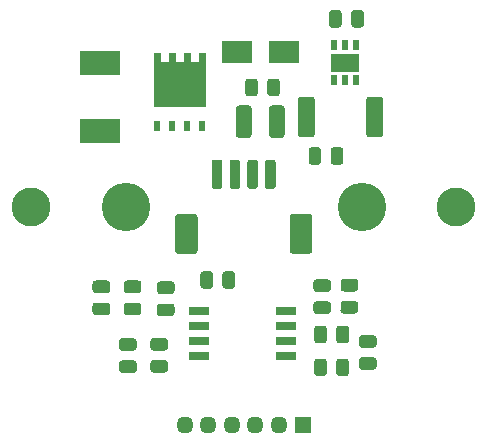
<source format=gbr>
%TF.GenerationSoftware,KiCad,Pcbnew,5.1.6+dfsg1-1*%
%TF.CreationDate,2021-04-16T09:38:54+02:00*%
%TF.ProjectId,buck_3a_v4,6275636b-5f33-4615-9f76-342e6b696361,rev?*%
%TF.SameCoordinates,Original*%
%TF.FileFunction,Soldermask,Top*%
%TF.FilePolarity,Negative*%
%FSLAX46Y46*%
G04 Gerber Fmt 4.6, Leading zero omitted, Abs format (unit mm)*
G04 Created by KiCad (PCBNEW 5.1.6+dfsg1-1) date 2021-04-16 09:38:54*
%MOMM*%
%LPD*%
G01*
G04 APERTURE LIST*
%ADD10R,3.500000X2.100000*%
%ADD11R,2.600000X1.900000*%
%ADD12C,4.100000*%
%ADD13C,3.300000*%
%ADD14O,1.450000X1.450000*%
%ADD15R,1.450000X1.450000*%
%ADD16R,1.800000X0.750000*%
%ADD17R,0.520000X0.860000*%
%ADD18R,2.400000X1.600000*%
%ADD19C,0.100000*%
%ADD20R,0.600000X0.950000*%
G04 APERTURE END LIST*
%TO.C,R8*%
G36*
G01*
X39718750Y-63000000D02*
X40681250Y-63000000D01*
G75*
G02*
X40950000Y-63268750I0J-268750D01*
G01*
X40950000Y-63806250D01*
G75*
G02*
X40681250Y-64075000I-268750J0D01*
G01*
X39718750Y-64075000D01*
G75*
G02*
X39450000Y-63806250I0J268750D01*
G01*
X39450000Y-63268750D01*
G75*
G02*
X39718750Y-63000000I268750J0D01*
G01*
G37*
G36*
G01*
X39718750Y-61125000D02*
X40681250Y-61125000D01*
G75*
G02*
X40950000Y-61393750I0J-268750D01*
G01*
X40950000Y-61931250D01*
G75*
G02*
X40681250Y-62200000I-268750J0D01*
G01*
X39718750Y-62200000D01*
G75*
G02*
X39450000Y-61931250I0J268750D01*
G01*
X39450000Y-61393750D01*
G75*
G02*
X39718750Y-61125000I268750J0D01*
G01*
G37*
%TD*%
%TO.C,C3*%
G36*
G01*
X57362500Y-46181250D02*
X57362500Y-45218750D01*
G75*
G02*
X57631250Y-44950000I268750J0D01*
G01*
X58168750Y-44950000D01*
G75*
G02*
X58437500Y-45218750I0J-268750D01*
G01*
X58437500Y-46181250D01*
G75*
G02*
X58168750Y-46450000I-268750J0D01*
G01*
X57631250Y-46450000D01*
G75*
G02*
X57362500Y-46181250I0J268750D01*
G01*
G37*
G36*
G01*
X55487500Y-46181250D02*
X55487500Y-45218750D01*
G75*
G02*
X55756250Y-44950000I268750J0D01*
G01*
X56293750Y-44950000D01*
G75*
G02*
X56562500Y-45218750I0J-268750D01*
G01*
X56562500Y-46181250D01*
G75*
G02*
X56293750Y-46450000I-268750J0D01*
G01*
X55756250Y-46450000D01*
G75*
G02*
X55487500Y-46181250I0J268750D01*
G01*
G37*
%TD*%
%TO.C,C7*%
G36*
G01*
X59100000Y-34581250D02*
X59100000Y-33618750D01*
G75*
G02*
X59368750Y-33350000I268750J0D01*
G01*
X59906250Y-33350000D01*
G75*
G02*
X60175000Y-33618750I0J-268750D01*
G01*
X60175000Y-34581250D01*
G75*
G02*
X59906250Y-34850000I-268750J0D01*
G01*
X59368750Y-34850000D01*
G75*
G02*
X59100000Y-34581250I0J268750D01*
G01*
G37*
G36*
G01*
X57225000Y-34581250D02*
X57225000Y-33618750D01*
G75*
G02*
X57493750Y-33350000I268750J0D01*
G01*
X58031250Y-33350000D01*
G75*
G02*
X58300000Y-33618750I0J-268750D01*
G01*
X58300000Y-34581250D01*
G75*
G02*
X58031250Y-34850000I-268750J0D01*
G01*
X57493750Y-34850000D01*
G75*
G02*
X57225000Y-34581250I0J268750D01*
G01*
G37*
%TD*%
%TO.C,C1*%
G36*
G01*
X50675000Y-41695000D02*
X50675000Y-43905000D01*
G75*
G02*
X50405000Y-44175000I-270000J0D01*
G01*
X49595000Y-44175000D01*
G75*
G02*
X49325000Y-43905000I0J270000D01*
G01*
X49325000Y-41695000D01*
G75*
G02*
X49595000Y-41425000I270000J0D01*
G01*
X50405000Y-41425000D01*
G75*
G02*
X50675000Y-41695000I0J-270000D01*
G01*
G37*
G36*
G01*
X53475000Y-41695000D02*
X53475000Y-43905000D01*
G75*
G02*
X53205000Y-44175000I-270000J0D01*
G01*
X52395000Y-44175000D01*
G75*
G02*
X52125000Y-43905000I0J270000D01*
G01*
X52125000Y-41695000D01*
G75*
G02*
X52395000Y-41425000I270000J0D01*
G01*
X53205000Y-41425000D01*
G75*
G02*
X53475000Y-41695000I0J-270000D01*
G01*
G37*
%TD*%
D10*
%TO.C,L1*%
X37800000Y-37850000D03*
X37800000Y-43550000D03*
%TD*%
D11*
%TO.C,D1*%
X49400000Y-36900000D03*
X53400000Y-36900000D03*
%TD*%
%TO.C,C6*%
G36*
G01*
X43881250Y-57400000D02*
X42918750Y-57400000D01*
G75*
G02*
X42650000Y-57131250I0J268750D01*
G01*
X42650000Y-56593750D01*
G75*
G02*
X42918750Y-56325000I268750J0D01*
G01*
X43881250Y-56325000D01*
G75*
G02*
X44150000Y-56593750I0J-268750D01*
G01*
X44150000Y-57131250D01*
G75*
G02*
X43881250Y-57400000I-268750J0D01*
G01*
G37*
G36*
G01*
X43881250Y-59275000D02*
X42918750Y-59275000D01*
G75*
G02*
X42650000Y-59006250I0J268750D01*
G01*
X42650000Y-58468750D01*
G75*
G02*
X42918750Y-58200000I268750J0D01*
G01*
X43881250Y-58200000D01*
G75*
G02*
X44150000Y-58468750I0J-268750D01*
G01*
X44150000Y-59006250D01*
G75*
G02*
X43881250Y-59275000I-268750J0D01*
G01*
G37*
%TD*%
D12*
%TO.C,LED+*%
X60000000Y-50000000D03*
%TD*%
%TO.C,LED-*%
X40000000Y-50000000D03*
%TD*%
D13*
%TO.C,H2*%
X68000000Y-50000000D03*
%TD*%
%TO.C,H1*%
X32000000Y-50000000D03*
%TD*%
%TO.C,J3*%
G36*
G01*
X46100000Y-50863889D02*
X46100000Y-53736111D01*
G75*
G02*
X45836111Y-54000000I-263889J0D01*
G01*
X44463889Y-54000000D01*
G75*
G02*
X44200000Y-53736111I0J263889D01*
G01*
X44200000Y-50863889D01*
G75*
G02*
X44463889Y-50600000I263889J0D01*
G01*
X45836111Y-50600000D01*
G75*
G02*
X46100000Y-50863889I0J-263889D01*
G01*
G37*
G36*
G01*
X55800000Y-50863889D02*
X55800000Y-53736111D01*
G75*
G02*
X55536111Y-54000000I-263889J0D01*
G01*
X54163889Y-54000000D01*
G75*
G02*
X53900000Y-53736111I0J263889D01*
G01*
X53900000Y-50863889D01*
G75*
G02*
X54163889Y-50600000I263889J0D01*
G01*
X55536111Y-50600000D01*
G75*
G02*
X55800000Y-50863889I0J-263889D01*
G01*
G37*
G36*
G01*
X48200000Y-46225000D02*
X48200000Y-48275000D01*
G75*
G02*
X47975000Y-48500000I-225000J0D01*
G01*
X47525000Y-48500000D01*
G75*
G02*
X47300000Y-48275000I0J225000D01*
G01*
X47300000Y-46225000D01*
G75*
G02*
X47525000Y-46000000I225000J0D01*
G01*
X47975000Y-46000000D01*
G75*
G02*
X48200000Y-46225000I0J-225000D01*
G01*
G37*
G36*
G01*
X49700000Y-46225000D02*
X49700000Y-48275000D01*
G75*
G02*
X49475000Y-48500000I-225000J0D01*
G01*
X49025000Y-48500000D01*
G75*
G02*
X48800000Y-48275000I0J225000D01*
G01*
X48800000Y-46225000D01*
G75*
G02*
X49025000Y-46000000I225000J0D01*
G01*
X49475000Y-46000000D01*
G75*
G02*
X49700000Y-46225000I0J-225000D01*
G01*
G37*
G36*
G01*
X51200000Y-46225000D02*
X51200000Y-48275000D01*
G75*
G02*
X50975000Y-48500000I-225000J0D01*
G01*
X50525000Y-48500000D01*
G75*
G02*
X50300000Y-48275000I0J225000D01*
G01*
X50300000Y-46225000D01*
G75*
G02*
X50525000Y-46000000I225000J0D01*
G01*
X50975000Y-46000000D01*
G75*
G02*
X51200000Y-46225000I0J-225000D01*
G01*
G37*
G36*
G01*
X52700000Y-46225000D02*
X52700000Y-48275000D01*
G75*
G02*
X52475000Y-48500000I-225000J0D01*
G01*
X52025000Y-48500000D01*
G75*
G02*
X51800000Y-48275000I0J225000D01*
G01*
X51800000Y-46225000D01*
G75*
G02*
X52025000Y-46000000I225000J0D01*
G01*
X52475000Y-46000000D01*
G75*
G02*
X52700000Y-46225000I0J-225000D01*
G01*
G37*
%TD*%
D14*
%TO.C,J5*%
X44996000Y-68466000D03*
X46996000Y-68466000D03*
X48996000Y-68466000D03*
X50996000Y-68466000D03*
X52996000Y-68466000D03*
D15*
X54996000Y-68466000D03*
%TD*%
D16*
%TO.C,U2*%
X53546000Y-58811000D03*
X53546000Y-60081000D03*
X53546000Y-61351000D03*
X53546000Y-62621000D03*
X46246000Y-62621000D03*
X46246000Y-61351000D03*
X46246000Y-60081000D03*
X46246000Y-58811000D03*
%TD*%
D17*
%TO.C,U1*%
X57650000Y-39285000D03*
X58600000Y-39285000D03*
X59550000Y-39285000D03*
X59550000Y-36315000D03*
X58600000Y-36315000D03*
X57650000Y-36315000D03*
D18*
X58600000Y-37800000D03*
%TD*%
%TO.C,R7*%
G36*
G01*
X48200000Y-56681250D02*
X48200000Y-55718750D01*
G75*
G02*
X48468750Y-55450000I268750J0D01*
G01*
X49006250Y-55450000D01*
G75*
G02*
X49275000Y-55718750I0J-268750D01*
G01*
X49275000Y-56681250D01*
G75*
G02*
X49006250Y-56950000I-268750J0D01*
G01*
X48468750Y-56950000D01*
G75*
G02*
X48200000Y-56681250I0J268750D01*
G01*
G37*
G36*
G01*
X46325000Y-56681250D02*
X46325000Y-55718750D01*
G75*
G02*
X46593750Y-55450000I268750J0D01*
G01*
X47131250Y-55450000D01*
G75*
G02*
X47400000Y-55718750I0J-268750D01*
G01*
X47400000Y-56681250D01*
G75*
G02*
X47131250Y-56950000I-268750J0D01*
G01*
X46593750Y-56950000D01*
G75*
G02*
X46325000Y-56681250I0J268750D01*
G01*
G37*
%TD*%
%TO.C,R6*%
G36*
G01*
X43327250Y-62178500D02*
X42364750Y-62178500D01*
G75*
G02*
X42096000Y-61909750I0J268750D01*
G01*
X42096000Y-61372250D01*
G75*
G02*
X42364750Y-61103500I268750J0D01*
G01*
X43327250Y-61103500D01*
G75*
G02*
X43596000Y-61372250I0J-268750D01*
G01*
X43596000Y-61909750D01*
G75*
G02*
X43327250Y-62178500I-268750J0D01*
G01*
G37*
G36*
G01*
X43327250Y-64053500D02*
X42364750Y-64053500D01*
G75*
G02*
X42096000Y-63784750I0J268750D01*
G01*
X42096000Y-63247250D01*
G75*
G02*
X42364750Y-62978500I268750J0D01*
G01*
X43327250Y-62978500D01*
G75*
G02*
X43596000Y-63247250I0J-268750D01*
G01*
X43596000Y-63784750D01*
G75*
G02*
X43327250Y-64053500I-268750J0D01*
G01*
G37*
%TD*%
%TO.C,R5*%
G36*
G01*
X60981250Y-61937500D02*
X60018750Y-61937500D01*
G75*
G02*
X59750000Y-61668750I0J268750D01*
G01*
X59750000Y-61131250D01*
G75*
G02*
X60018750Y-60862500I268750J0D01*
G01*
X60981250Y-60862500D01*
G75*
G02*
X61250000Y-61131250I0J-268750D01*
G01*
X61250000Y-61668750D01*
G75*
G02*
X60981250Y-61937500I-268750J0D01*
G01*
G37*
G36*
G01*
X60981250Y-63812500D02*
X60018750Y-63812500D01*
G75*
G02*
X59750000Y-63543750I0J268750D01*
G01*
X59750000Y-63006250D01*
G75*
G02*
X60018750Y-62737500I268750J0D01*
G01*
X60981250Y-62737500D01*
G75*
G02*
X61250000Y-63006250I0J-268750D01*
G01*
X61250000Y-63543750D01*
G75*
G02*
X60981250Y-63812500I-268750J0D01*
G01*
G37*
%TD*%
%TO.C,R4*%
G36*
G01*
X38427250Y-57316000D02*
X37464750Y-57316000D01*
G75*
G02*
X37196000Y-57047250I0J268750D01*
G01*
X37196000Y-56509750D01*
G75*
G02*
X37464750Y-56241000I268750J0D01*
G01*
X38427250Y-56241000D01*
G75*
G02*
X38696000Y-56509750I0J-268750D01*
G01*
X38696000Y-57047250D01*
G75*
G02*
X38427250Y-57316000I-268750J0D01*
G01*
G37*
G36*
G01*
X38427250Y-59191000D02*
X37464750Y-59191000D01*
G75*
G02*
X37196000Y-58922250I0J268750D01*
G01*
X37196000Y-58384750D01*
G75*
G02*
X37464750Y-58116000I268750J0D01*
G01*
X38427250Y-58116000D01*
G75*
G02*
X38696000Y-58384750I0J-268750D01*
G01*
X38696000Y-58922250D01*
G75*
G02*
X38427250Y-59191000I-268750J0D01*
G01*
G37*
%TD*%
%TO.C,R3*%
G36*
G01*
X40114750Y-58116000D02*
X41077250Y-58116000D01*
G75*
G02*
X41346000Y-58384750I0J-268750D01*
G01*
X41346000Y-58922250D01*
G75*
G02*
X41077250Y-59191000I-268750J0D01*
G01*
X40114750Y-59191000D01*
G75*
G02*
X39846000Y-58922250I0J268750D01*
G01*
X39846000Y-58384750D01*
G75*
G02*
X40114750Y-58116000I268750J0D01*
G01*
G37*
G36*
G01*
X40114750Y-56241000D02*
X41077250Y-56241000D01*
G75*
G02*
X41346000Y-56509750I0J-268750D01*
G01*
X41346000Y-57047250D01*
G75*
G02*
X41077250Y-57316000I-268750J0D01*
G01*
X40114750Y-57316000D01*
G75*
G02*
X39846000Y-57047250I0J268750D01*
G01*
X39846000Y-56509750D01*
G75*
G02*
X40114750Y-56241000I268750J0D01*
G01*
G37*
%TD*%
%TO.C,R2*%
G36*
G01*
X57046000Y-60334750D02*
X57046000Y-61297250D01*
G75*
G02*
X56777250Y-61566000I-268750J0D01*
G01*
X56239750Y-61566000D01*
G75*
G02*
X55971000Y-61297250I0J268750D01*
G01*
X55971000Y-60334750D01*
G75*
G02*
X56239750Y-60066000I268750J0D01*
G01*
X56777250Y-60066000D01*
G75*
G02*
X57046000Y-60334750I0J-268750D01*
G01*
G37*
G36*
G01*
X58921000Y-60334750D02*
X58921000Y-61297250D01*
G75*
G02*
X58652250Y-61566000I-268750J0D01*
G01*
X58114750Y-61566000D01*
G75*
G02*
X57846000Y-61297250I0J268750D01*
G01*
X57846000Y-60334750D01*
G75*
G02*
X58114750Y-60066000I268750J0D01*
G01*
X58652250Y-60066000D01*
G75*
G02*
X58921000Y-60334750I0J-268750D01*
G01*
G37*
%TD*%
%TO.C,R1*%
G36*
G01*
X56025000Y-40943518D02*
X56025000Y-43856482D01*
G75*
G02*
X55756482Y-44125000I-268518J0D01*
G01*
X54843518Y-44125000D01*
G75*
G02*
X54575000Y-43856482I0J268518D01*
G01*
X54575000Y-40943518D01*
G75*
G02*
X54843518Y-40675000I268518J0D01*
G01*
X55756482Y-40675000D01*
G75*
G02*
X56025000Y-40943518I0J-268518D01*
G01*
G37*
G36*
G01*
X61825000Y-40943518D02*
X61825000Y-43856482D01*
G75*
G02*
X61556482Y-44125000I-268518J0D01*
G01*
X60643518Y-44125000D01*
G75*
G02*
X60375000Y-43856482I0J268518D01*
G01*
X60375000Y-40943518D01*
G75*
G02*
X60643518Y-40675000I268518J0D01*
G01*
X61556482Y-40675000D01*
G75*
G02*
X61825000Y-40943518I0J-268518D01*
G01*
G37*
%TD*%
D19*
%TO.C,Q1*%
G36*
X42995000Y-36975000D02*
G01*
X42995000Y-37775000D01*
X43665000Y-37775000D01*
X43665000Y-36975000D01*
X44265000Y-36975000D01*
X44265000Y-37775000D01*
X44935000Y-37775000D01*
X44935000Y-36975000D01*
X45535000Y-36975000D01*
X45535000Y-37775000D01*
X46205000Y-37775000D01*
X46205000Y-36975000D01*
X46805000Y-36975000D01*
X46805000Y-41525000D01*
X42395000Y-41525000D01*
X42395000Y-36975000D01*
X42995000Y-36975000D01*
G37*
D20*
X46505000Y-43200000D03*
X45235000Y-43200000D03*
X43965000Y-43200000D03*
X42695000Y-43200000D03*
%TD*%
%TO.C,D2*%
G36*
G01*
X57837500Y-64081250D02*
X57837500Y-63118750D01*
G75*
G02*
X58106250Y-62850000I268750J0D01*
G01*
X58643750Y-62850000D01*
G75*
G02*
X58912500Y-63118750I0J-268750D01*
G01*
X58912500Y-64081250D01*
G75*
G02*
X58643750Y-64350000I-268750J0D01*
G01*
X58106250Y-64350000D01*
G75*
G02*
X57837500Y-64081250I0J268750D01*
G01*
G37*
G36*
G01*
X55962500Y-64081250D02*
X55962500Y-63118750D01*
G75*
G02*
X56231250Y-62850000I268750J0D01*
G01*
X56768750Y-62850000D01*
G75*
G02*
X57037500Y-63118750I0J-268750D01*
G01*
X57037500Y-64081250D01*
G75*
G02*
X56768750Y-64350000I-268750J0D01*
G01*
X56231250Y-64350000D01*
G75*
G02*
X55962500Y-64081250I0J268750D01*
G01*
G37*
%TD*%
%TO.C,C5*%
G36*
G01*
X59427250Y-57178500D02*
X58464750Y-57178500D01*
G75*
G02*
X58196000Y-56909750I0J268750D01*
G01*
X58196000Y-56372250D01*
G75*
G02*
X58464750Y-56103500I268750J0D01*
G01*
X59427250Y-56103500D01*
G75*
G02*
X59696000Y-56372250I0J-268750D01*
G01*
X59696000Y-56909750D01*
G75*
G02*
X59427250Y-57178500I-268750J0D01*
G01*
G37*
G36*
G01*
X59427250Y-59053500D02*
X58464750Y-59053500D01*
G75*
G02*
X58196000Y-58784750I0J268750D01*
G01*
X58196000Y-58247250D01*
G75*
G02*
X58464750Y-57978500I268750J0D01*
G01*
X59427250Y-57978500D01*
G75*
G02*
X59696000Y-58247250I0J-268750D01*
G01*
X59696000Y-58784750D01*
G75*
G02*
X59427250Y-59053500I-268750J0D01*
G01*
G37*
%TD*%
%TO.C,C4*%
G36*
G01*
X57127250Y-57216000D02*
X56164750Y-57216000D01*
G75*
G02*
X55896000Y-56947250I0J268750D01*
G01*
X55896000Y-56409750D01*
G75*
G02*
X56164750Y-56141000I268750J0D01*
G01*
X57127250Y-56141000D01*
G75*
G02*
X57396000Y-56409750I0J-268750D01*
G01*
X57396000Y-56947250D01*
G75*
G02*
X57127250Y-57216000I-268750J0D01*
G01*
G37*
G36*
G01*
X57127250Y-59091000D02*
X56164750Y-59091000D01*
G75*
G02*
X55896000Y-58822250I0J268750D01*
G01*
X55896000Y-58284750D01*
G75*
G02*
X56164750Y-58016000I268750J0D01*
G01*
X57127250Y-58016000D01*
G75*
G02*
X57396000Y-58284750I0J-268750D01*
G01*
X57396000Y-58822250D01*
G75*
G02*
X57127250Y-59091000I-268750J0D01*
G01*
G37*
%TD*%
%TO.C,C2*%
G36*
G01*
X51200000Y-39418750D02*
X51200000Y-40381250D01*
G75*
G02*
X50931250Y-40650000I-268750J0D01*
G01*
X50393750Y-40650000D01*
G75*
G02*
X50125000Y-40381250I0J268750D01*
G01*
X50125000Y-39418750D01*
G75*
G02*
X50393750Y-39150000I268750J0D01*
G01*
X50931250Y-39150000D01*
G75*
G02*
X51200000Y-39418750I0J-268750D01*
G01*
G37*
G36*
G01*
X53075000Y-39418750D02*
X53075000Y-40381250D01*
G75*
G02*
X52806250Y-40650000I-268750J0D01*
G01*
X52268750Y-40650000D01*
G75*
G02*
X52000000Y-40381250I0J268750D01*
G01*
X52000000Y-39418750D01*
G75*
G02*
X52268750Y-39150000I268750J0D01*
G01*
X52806250Y-39150000D01*
G75*
G02*
X53075000Y-39418750I0J-268750D01*
G01*
G37*
%TD*%
M02*

</source>
